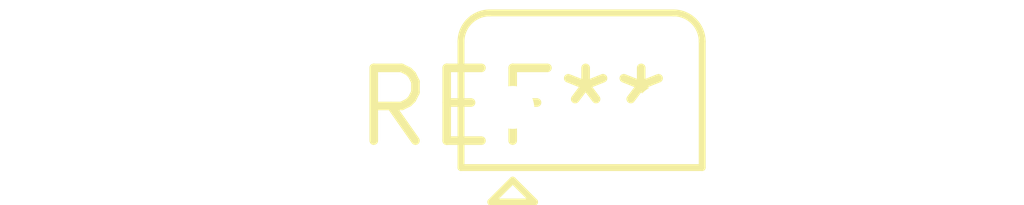
<source format=kicad_pcb>
(kicad_pcb (version 20240108) (generator pcbnew)
  (layers (0 "F.Cu" signal) (31 "B.Cu" signal) (34 "B.Paste" user) (35 "F.Paste" user) (36 "B.SilkS" user "B.Silkscreen") (37 "F.SilkS" user "F.Silkscreen") (38 "B.Mask" user) (39 "F.Mask" user) (44 "Edge.Cuts" user))
  (net 0 "")
  (footprint "Heraeus_TO-92-2" (layer "F.Cu") (at 0 0)
    (property "Reference" "REF**")
    (property "Value" "Heraeus_TO-92-2")
    (fp_line (start -0.9 1.05) (end -0.9 -1.15) (layer "F.SilkS") (stroke (width 0.12)))
    (fp_line (start -0.4 -1.65) (end 2.8 -1.65) (layer "F.SilkS") (stroke (width 0.12)))
    (fp_line (start -0.381 1.651) (end 0.381 1.651) (layer "F.SilkS") (stroke (width 0.12)))
    (fp_line (start 0 1.27) (end -0.381 1.651) (layer "F.SilkS") (stroke (width 0.12)))
    (fp_line (start 0.381 1.651) (end 0 1.27) (layer "F.SilkS") (stroke (width 0.12)))
    (fp_line (start 3.3 -1.15) (end 3.3 1.05) (layer "F.SilkS") (stroke (width 0.12)))
    (fp_line (start 3.3 1.05) (end -0.9 1.05) (layer "F.SilkS") (stroke (width 0.12)))
    (fp_arc (start -0.9 -1.15) (mid -0.753553 -1.503553) (end -0.4 -1.65) (layer "F.SilkS") (stroke (width 0.12)))
    (fp_arc (start 2.8 -1.65) (mid 3.153553 -1.503553) (end 3.3 -1.15) (layer "F.SilkS") (stroke (width 0.12)))
    (pad "1" thru_hole rect (at 0 0) (size 1.05 1.5) (drill 0.75) (layers *.Cu *.Mask) (remove_unused_layers))
    (pad "2" thru_hole oval (at 2.54 0) (size 1.05 1.5) (drill 0.75) (layers *.Cu *.Mask) (remove_unused_layers))
  )
)
</source>
